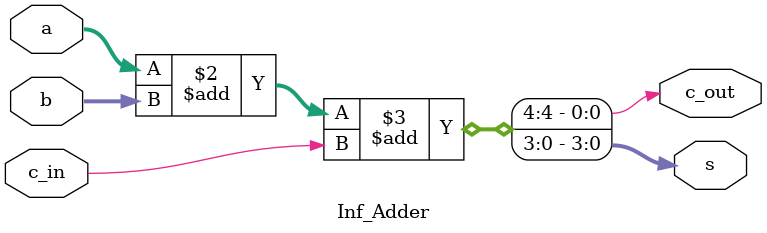
<source format=v>
module Inf_Adder(
    input [3:0] a,
	input [3:0] b,
	input c_in,
	output [3:0] s,
	output c_out);

always @(a, b, c_in);
	begin
		assign {c_out, s} = a + b + c_in;
	end
endmodule
</source>
